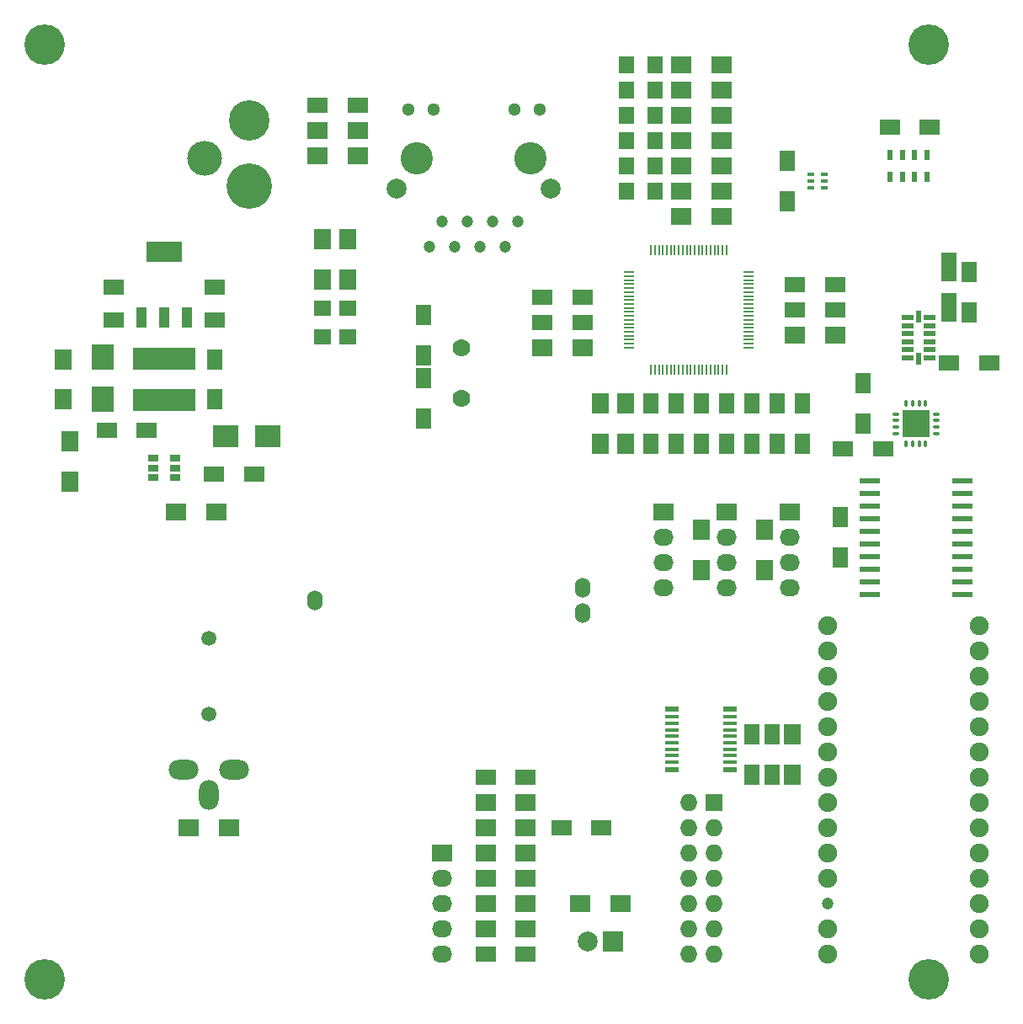
<source format=gts>
G04 #@! TF.FileFunction,Soldermask,Top*
%FSLAX46Y46*%
G04 Gerber Fmt 4.6, Leading zero omitted, Abs format (unit mm)*
G04 Created by KiCad (PCBNEW 4.0.2-stable) date 5/29/2016 8:13:19 PM*
%MOMM*%
G01*
G04 APERTURE LIST*
%ADD10C,0.127000*%
%ADD11R,1.350000X0.600000*%
%ADD12R,1.350000X0.400000*%
%ADD13C,1.900000*%
%ADD14C,1.200000*%
%ADD15O,1.524000X2.032000*%
%ADD16R,0.230000X1.000000*%
%ADD17R,1.000000X0.230000*%
%ADD18R,0.600000X1.100000*%
%ADD19O,1.998980X2.999740*%
%ADD20O,2.999740X1.998980*%
%ADD21R,2.000000X2.000000*%
%ADD22C,2.000000*%
%ADD23R,1.600000X2.000000*%
%ADD24R,2.032000X1.524000*%
%ADD25R,2.032000X1.727200*%
%ADD26O,2.032000X1.727200*%
%ADD27R,1.727200X1.727200*%
%ADD28O,1.727200X1.727200*%
%ADD29R,1.700000X2.000000*%
%ADD30R,2.000000X1.700000*%
%ADD31R,3.657600X2.032000*%
%ADD32R,1.016000X2.032000*%
%ADD33R,2.000000X0.600000*%
%ADD34C,1.500000*%
%ADD35R,2.000000X1.600000*%
%ADD36R,1.501140X2.999740*%
%ADD37R,6.300000X2.200000*%
%ADD38O,0.350000X0.800000*%
%ADD39O,0.800000X0.350000*%
%ADD40R,1.350000X1.350000*%
%ADD41R,0.550000X1.145000*%
%ADD42R,1.145000X0.550000*%
%ADD43R,1.060000X0.650000*%
%ADD44R,1.800860X1.597660*%
%ADD45C,3.250000*%
%ADD46C,1.300000*%
%ADD47C,1.778000*%
%ADD48R,0.800000X0.400000*%
%ADD49R,2.301240X2.499360*%
%ADD50R,2.499360X2.301240*%
%ADD51O,4.572000X4.572000*%
%ADD52O,4.064000X4.064000*%
%ADD53O,3.500120X3.500120*%
%ADD54R,1.597660X1.800860*%
%ADD55C,4.064000*%
G04 APERTURE END LIST*
D10*
D11*
X106295000Y-154155000D03*
X112145000Y-154155000D03*
D12*
X106295000Y-153405000D03*
X112145000Y-153405000D03*
X106295000Y-152755000D03*
X112145000Y-152755000D03*
X106295000Y-152105000D03*
X112145000Y-152105000D03*
X106295000Y-151455000D03*
X112145000Y-151455000D03*
X106295000Y-150805000D03*
X112145000Y-150805000D03*
X106295000Y-150155000D03*
X112145000Y-150155000D03*
X106295000Y-149505000D03*
X112145000Y-149505000D03*
X106295000Y-148855000D03*
X112145000Y-148855000D03*
D11*
X106295000Y-148105000D03*
X112145000Y-148105000D03*
D13*
X137160000Y-170180000D03*
X137160000Y-167640000D03*
X137160000Y-165100000D03*
X137160000Y-162560000D03*
X137160000Y-160020000D03*
X137160000Y-157480000D03*
X137160000Y-154940000D03*
X137160000Y-152400000D03*
X137160000Y-149860000D03*
X137160000Y-147320000D03*
X137160000Y-144780000D03*
X137160000Y-142240000D03*
X137160000Y-139700000D03*
X121920000Y-139700000D03*
X121920000Y-142240000D03*
X121920000Y-144780000D03*
X121920000Y-147320000D03*
X121920000Y-149860000D03*
X121920000Y-152400000D03*
X121920000Y-154940000D03*
X121920000Y-157480000D03*
X121920000Y-160020000D03*
X121920000Y-162560000D03*
X121920000Y-165100000D03*
D14*
X121920000Y-167640000D03*
D13*
X121920000Y-170180000D03*
X121920000Y-172720000D03*
X137160000Y-172720000D03*
D15*
X97269300Y-135890000D03*
X70370700Y-137160000D03*
X97269300Y-138430000D03*
D16*
X104150000Y-113950000D03*
X104550000Y-113950000D03*
X104950000Y-113950000D03*
X105350000Y-113950000D03*
X105750000Y-113950000D03*
X106150000Y-113950000D03*
X106550000Y-113950000D03*
X106950000Y-113950000D03*
X107350000Y-113950000D03*
X107750000Y-113950000D03*
X108150000Y-113950000D03*
X108550000Y-113950000D03*
X108950000Y-113950000D03*
X109350000Y-113950000D03*
X109750000Y-113950000D03*
X110150000Y-113950000D03*
X110550000Y-113950000D03*
X110950000Y-113950000D03*
X111350000Y-113950000D03*
X111750000Y-113950000D03*
D17*
X113950000Y-111750000D03*
X113950000Y-111350000D03*
X113950000Y-110950000D03*
X113950000Y-110550000D03*
X113950000Y-110150000D03*
X113950000Y-109750000D03*
X113950000Y-109350000D03*
X113950000Y-108950000D03*
X113950000Y-108550000D03*
X113950000Y-108150000D03*
X113950000Y-107750000D03*
X113950000Y-107350000D03*
X113950000Y-106950000D03*
X113950000Y-106550000D03*
X113950000Y-106150000D03*
X113950000Y-105750000D03*
X113950000Y-105350000D03*
X113950000Y-104950000D03*
X113950000Y-104550000D03*
X113950000Y-104150000D03*
D16*
X111750000Y-101950000D03*
X111350000Y-101950000D03*
X110950000Y-101950000D03*
X110550000Y-101950000D03*
X110150000Y-101950000D03*
X109750000Y-101950000D03*
X109350000Y-101950000D03*
X108950000Y-101950000D03*
X108550000Y-101950000D03*
X108150000Y-101950000D03*
X107750000Y-101950000D03*
X107350000Y-101950000D03*
X106950000Y-101950000D03*
X106550000Y-101950000D03*
X106150000Y-101950000D03*
X105750000Y-101950000D03*
X105350000Y-101950000D03*
X104950000Y-101950000D03*
X104550000Y-101950000D03*
X104150000Y-101950000D03*
D17*
X101950000Y-104150000D03*
X101950000Y-104550000D03*
X101950000Y-104950000D03*
X101950000Y-105350000D03*
X101950000Y-105750000D03*
X101950000Y-106150000D03*
X101950000Y-106550000D03*
X101950000Y-106950000D03*
X101950000Y-107350000D03*
X101950000Y-107750000D03*
X101950000Y-108150000D03*
X101950000Y-108550000D03*
X101950000Y-108950000D03*
X101950000Y-109350000D03*
X101950000Y-109750000D03*
X101950000Y-110150000D03*
X101950000Y-110550000D03*
X101950000Y-110950000D03*
X101950000Y-111350000D03*
X101950000Y-111750000D03*
D18*
X131923000Y-94572000D03*
X131923000Y-92372000D03*
X130673000Y-94572000D03*
X130673000Y-92372000D03*
X129423000Y-94572000D03*
X129423000Y-92372000D03*
X128173000Y-94572000D03*
X128173000Y-92372000D03*
D19*
X59690000Y-156718000D03*
D20*
X62230000Y-154178000D03*
X57150000Y-154178000D03*
D21*
X100330000Y-171450000D03*
D22*
X97790000Y-171450000D03*
D23*
X123190000Y-128810000D03*
X123190000Y-132810000D03*
D24*
X60325000Y-108966000D03*
X60325000Y-105664000D03*
X50165000Y-108966000D03*
X50165000Y-105664000D03*
D23*
X116332000Y-154654000D03*
X116332000Y-150654000D03*
X114300000Y-154654000D03*
X114300000Y-150654000D03*
D25*
X118110000Y-128270000D03*
D26*
X118110000Y-130810000D03*
X118110000Y-133350000D03*
X118110000Y-135890000D03*
D25*
X105410000Y-128270000D03*
D26*
X105410000Y-130810000D03*
X105410000Y-133350000D03*
X105410000Y-135890000D03*
D25*
X111760000Y-128270000D03*
D26*
X111760000Y-130810000D03*
X111760000Y-133350000D03*
X111760000Y-135890000D03*
D27*
X110490000Y-157480000D03*
D28*
X107950000Y-157480000D03*
X110490000Y-160020000D03*
X107950000Y-160020000D03*
X110490000Y-162560000D03*
X107950000Y-162560000D03*
X110490000Y-165100000D03*
X107950000Y-165100000D03*
X110490000Y-167640000D03*
X107950000Y-167640000D03*
X110490000Y-170180000D03*
X107950000Y-170180000D03*
X110490000Y-172720000D03*
X107950000Y-172720000D03*
D29*
X118364000Y-154654000D03*
X118364000Y-150654000D03*
D30*
X101060000Y-167640000D03*
X97060000Y-167640000D03*
X57690000Y-160020000D03*
X61690000Y-160020000D03*
D31*
X55245000Y-102108000D03*
D32*
X55245000Y-108712000D03*
X57531000Y-108712000D03*
X52959000Y-108712000D03*
D33*
X135460000Y-125095000D03*
X126160000Y-125095000D03*
X135460000Y-126365000D03*
X126160000Y-126365000D03*
X135460000Y-127635000D03*
X126160000Y-127635000D03*
X135460000Y-128905000D03*
X126160000Y-128905000D03*
X135460000Y-130175000D03*
X126160000Y-130175000D03*
X135460000Y-131445000D03*
X126160000Y-131445000D03*
X135460000Y-132715000D03*
X126160000Y-132715000D03*
X135460000Y-133985000D03*
X126160000Y-133985000D03*
X135460000Y-135255000D03*
X126160000Y-135255000D03*
X135460000Y-136525000D03*
X126160000Y-136525000D03*
D34*
X59690000Y-148580000D03*
X59690000Y-140980000D03*
D30*
X87535000Y-157480000D03*
X91535000Y-157480000D03*
D35*
X123476000Y-121920000D03*
X127476000Y-121920000D03*
D36*
X134112000Y-103665020D03*
X134112000Y-107662980D03*
D35*
X134144000Y-113284000D03*
X138144000Y-113284000D03*
D23*
X136144000Y-108172000D03*
X136144000Y-104172000D03*
X125476000Y-115348000D03*
X125476000Y-119348000D03*
D35*
X60230000Y-124460000D03*
X64230000Y-124460000D03*
X49435000Y-120015000D03*
X53435000Y-120015000D03*
D23*
X60325000Y-112935000D03*
X60325000Y-116935000D03*
D35*
X132175000Y-89535000D03*
X128175000Y-89535000D03*
D37*
X55245000Y-116985000D03*
X55245000Y-112885000D03*
D30*
X60420000Y-128270000D03*
X56420000Y-128270000D03*
D29*
X45720000Y-121190000D03*
X45720000Y-125190000D03*
X73660000Y-100870000D03*
X73660000Y-104870000D03*
X45085000Y-112935000D03*
X45085000Y-116935000D03*
D38*
X129835000Y-121380000D03*
X130485000Y-121380000D03*
X131135000Y-121380000D03*
X131785000Y-121380000D03*
D39*
X132810000Y-120355000D03*
X132810000Y-119705000D03*
X132810000Y-119055000D03*
X132810000Y-118405000D03*
D38*
X131785000Y-117380000D03*
X131135000Y-117380000D03*
X130485000Y-117380000D03*
X129835000Y-117380000D03*
D39*
X128810000Y-118405000D03*
X128810000Y-119055000D03*
X128810000Y-119705000D03*
X128810000Y-120355000D03*
D40*
X131485000Y-118705000D03*
X130135000Y-118705000D03*
X131485000Y-120055000D03*
X130135000Y-120055000D03*
D41*
X131064000Y-112841500D03*
X131064000Y-108646500D03*
D42*
X129966500Y-112744000D03*
X132161500Y-112744000D03*
X129966500Y-111944000D03*
X132161500Y-111944000D03*
X129966500Y-111144000D03*
X132161500Y-111144000D03*
X129966500Y-110344000D03*
X132161500Y-110344000D03*
X129966500Y-109544000D03*
X132161500Y-109544000D03*
X129966500Y-108744000D03*
X132161500Y-108744000D03*
D43*
X54145000Y-122875000D03*
X54145000Y-123825000D03*
X54145000Y-124775000D03*
X56345000Y-124775000D03*
X56345000Y-122875000D03*
X56345000Y-123825000D03*
D44*
X73660000Y-107800140D03*
X73660000Y-110639860D03*
D35*
X91535000Y-154940000D03*
X87535000Y-154940000D03*
X95155000Y-160020000D03*
X99155000Y-160020000D03*
X91535000Y-172720000D03*
X87535000Y-172720000D03*
D30*
X87535000Y-165100000D03*
X91535000Y-165100000D03*
X87535000Y-162560000D03*
X91535000Y-162560000D03*
X87535000Y-160020000D03*
X91535000Y-160020000D03*
X87535000Y-167640000D03*
X91535000Y-167640000D03*
X87535000Y-170180000D03*
X91535000Y-170180000D03*
D25*
X83185000Y-162560000D03*
D26*
X83185000Y-165100000D03*
X83185000Y-167640000D03*
X83185000Y-170180000D03*
X83185000Y-172720000D03*
D23*
X81280000Y-108490000D03*
X81280000Y-112490000D03*
X81280000Y-118840000D03*
X81280000Y-114840000D03*
X114300000Y-117380000D03*
X114300000Y-121380000D03*
X111760000Y-117380000D03*
X111760000Y-121380000D03*
X109220000Y-117380000D03*
X109220000Y-121380000D03*
D35*
X70644000Y-87376000D03*
X74644000Y-87376000D03*
X118650000Y-107950000D03*
X122650000Y-107950000D03*
X97250000Y-106680000D03*
X93250000Y-106680000D03*
D23*
X106680000Y-117380000D03*
X106680000Y-121380000D03*
D35*
X97250000Y-109220000D03*
X93250000Y-109220000D03*
D23*
X116840000Y-117380000D03*
X116840000Y-121380000D03*
X104140000Y-117380000D03*
X104140000Y-121380000D03*
X119380000Y-117380000D03*
X119380000Y-121380000D03*
D35*
X118650000Y-105410000D03*
X122650000Y-105410000D03*
D45*
X80645000Y-92710000D03*
X92075000Y-92710000D03*
D22*
X94105000Y-95760000D03*
X78615000Y-95760000D03*
D14*
X86995000Y-101600000D03*
X84455000Y-101600000D03*
X81915000Y-101600000D03*
X89535000Y-101600000D03*
X90805000Y-99060000D03*
X88265000Y-99060000D03*
X85725000Y-99060000D03*
X83185000Y-99060000D03*
D46*
X79735000Y-87810000D03*
X82275000Y-87810000D03*
X92985000Y-87810000D03*
X90445000Y-87810000D03*
D29*
X101600000Y-121380000D03*
X101600000Y-117380000D03*
D30*
X111220000Y-98552000D03*
X107220000Y-98552000D03*
X122650000Y-110490000D03*
X118650000Y-110490000D03*
X93250000Y-111760000D03*
X97250000Y-111760000D03*
D29*
X99060000Y-117380000D03*
X99060000Y-121380000D03*
D30*
X107220000Y-96012000D03*
X111220000Y-96012000D03*
X107220000Y-93472000D03*
X111220000Y-93472000D03*
X107220000Y-90932000D03*
X111220000Y-90932000D03*
X107220000Y-83312000D03*
X111220000Y-83312000D03*
X107220000Y-88392000D03*
X111220000Y-88392000D03*
X107220000Y-85852000D03*
X111220000Y-85852000D03*
X74644000Y-89916000D03*
X70644000Y-89916000D03*
X74644000Y-92456000D03*
X70644000Y-92456000D03*
D29*
X109220000Y-130080000D03*
X109220000Y-134080000D03*
X115570000Y-130080000D03*
X115570000Y-134080000D03*
D47*
X85090000Y-111760000D03*
X85090000Y-116840000D03*
D23*
X117856000Y-92996000D03*
X117856000Y-96996000D03*
D48*
X121604000Y-94346000D03*
X120204000Y-94346000D03*
X121604000Y-94996000D03*
X120204000Y-94996000D03*
X121604000Y-95646000D03*
X120204000Y-95646000D03*
D49*
X49022000Y-116956840D03*
X49022000Y-112659160D03*
D50*
X61351160Y-120650000D03*
X65648840Y-120650000D03*
D51*
X63754000Y-95504000D03*
D52*
X63754000Y-88900000D03*
D53*
X59309000Y-92710000D03*
D44*
X71120000Y-107800140D03*
X71120000Y-110639860D03*
D29*
X71120000Y-100870000D03*
X71120000Y-104870000D03*
D54*
X104543860Y-96012000D03*
X101704140Y-96012000D03*
X104543860Y-93472000D03*
X101704140Y-93472000D03*
X104543860Y-90932000D03*
X101704140Y-90932000D03*
X104543860Y-83312000D03*
X101704140Y-83312000D03*
X104543860Y-88392000D03*
X101704140Y-88392000D03*
X104543860Y-85852000D03*
X101704140Y-85852000D03*
D55*
X43180000Y-81280000D03*
X43180000Y-175260000D03*
X132080000Y-81280000D03*
X132080000Y-175260000D03*
M02*

</source>
